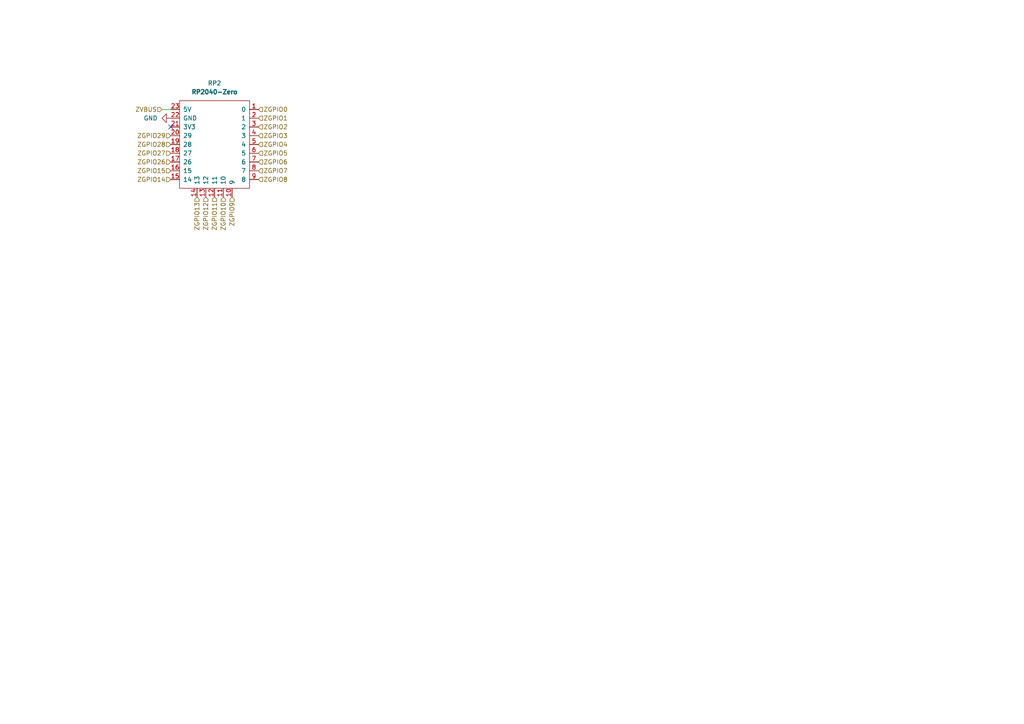
<source format=kicad_sch>
(kicad_sch (version 20250114) (generator "eeschema") (generator_version "9.0")
  (paper "A4")
  (title_block (title "FRANK M2") (date "2025-03-16") (rev "1.03") (company "Mikhail Matveev") (comment 1 "https://github.com/xtremespb/frank"))
  (lib_symbols
    (symbol "FRANK:RP_2040_Zero" (pin_names (offset 1.016))
      (property "Reference" "RP2" (at 0 16.51 0))
      (property "Value" "RP 2040 Zero" (at 0 13.97 0))
      (symbol "RP_2040_Zero_0_1"
        (rectangle (start -10.16 11.43) (end 10.16 -13.97))
      )
      (symbol "RP_2040_Zero_1_1"
        (pin power_out line (at -12.7 8.89 0) (length 2.54) (name "5V") (number "23"))
        (pin power_out line (at -12.7 6.35 0) (length 2.54) (name "GND") (number "22"))
        (pin power_out line (at -12.7 3.81 0) (length 2.54) (name "3V3") (number "21"))
        (pin bidirectional line (at -12.7 1.27 0) (length 2.54) (name "29") (number "20"))
        (pin bidirectional line (at -12.7 -1.27 0) (length 2.54) (name "28") (number "19"))
        (pin bidirectional line (at -12.7 -3.81 0) (length 2.54) (name "27") (number "18"))
        (pin bidirectional line (at -12.7 -6.35 0) (length 2.54) (name "26") (number "17"))
        (pin bidirectional line (at -12.7 -8.89 0) (length 2.54) (name "15") (number "16"))
        (pin bidirectional line (at -12.7 -11.43 0) (length 2.54) (name "14") (number "15"))
        (pin bidirectional line (at -5.08 -16.51 90) (length 2.54) (name "13") (number "14"))
        (pin bidirectional line (at -2.54 -16.51 90) (length 2.54) (name "12") (number "13"))
        (pin bidirectional line (at 0 -16.51 90) (length 2.54) (name "11") (number "12"))
        (pin bidirectional line (at 2.54 -16.51 90) (length 2.54) (name "10") (number "11"))
        (pin bidirectional line (at 5.08 -16.51 90) (length 2.54) (name "9") (number "10"))
        (pin bidirectional line (at 12.7 8.89 180) (length 2.54) (name "0") (number "1"))
        (pin bidirectional line (at 12.7 6.35 180) (length 2.54) (name "1") (number "2"))
        (pin bidirectional line (at 12.7 3.81 180) (length 2.54) (name "2") (number "3"))
        (pin bidirectional line (at 12.7 1.27 180) (length 2.54) (name "3") (number "4"))
        (pin bidirectional line (at 12.7 -1.27 180) (length 2.54) (name "4") (number "5"))
        (pin bidirectional line (at 12.7 -3.81 180) (length 2.54) (name "5") (number "6"))
        (pin bidirectional line (at 12.7 -6.35 180) (length 2.54) (name "6") (number "7"))
        (pin bidirectional line (at 12.7 -8.89 180) (length 2.54) (name "7") (number "8"))
        (pin bidirectional line (at 12.7 -11.43 180) (length 2.54) (name "8") (number "9"))
      )
    )
    (symbol "GND_1" (power) (pin_numbers (hide yes)) (pin_names (offset 0) (hide yes))
      (property "Value" "GND" (at 0 -3.81 0))
      (symbol "GND_1_0_1"
        (polyline (pts (xy 0 0) (xy 0 -1.27) (xy 1.27 -1.27) (xy 0 -2.54) (xy -1.27 -1.27) (xy 0 -1.27)))
      )
      (symbol "GND_1_1_1"
        (pin power_in line (at 0 0 270) (length 0) (name "~") (number "1"))
      )
    )
  )
  (no_connect (at 49.53 36.83))
  (wire (pts (xy 46.99 31.75) (xy 49.53 31.75)))
  (hierarchical_label "ZGPIO26" (shape input) (at 49.53 46.99 180))
  (hierarchical_label "ZGPIO7" (shape input) (at 74.93 49.53 0))
  (hierarchical_label "ZGPIO14" (shape input) (at 49.53 52.07 180))
  (hierarchical_label "ZGPIO2" (shape input) (at 74.93 36.83 0))
  (hierarchical_label "ZGPIO9" (shape input) (at 67.31 57.15 270))
  (hierarchical_label "ZGPIO10" (shape input) (at 64.77 57.15 270))
  (hierarchical_label "ZGPIO11" (shape input) (at 62.23 57.15 270))
  (hierarchical_label "ZGPIO12" (shape input) (at 59.69 57.15 270))
  (hierarchical_label "ZGPIO0" (shape input) (at 74.93 31.75 0))
  (hierarchical_label "ZGPIO13" (shape input) (at 57.15 57.15 270))
  (hierarchical_label "ZVBUS" (shape input) (at 46.99 31.75 180))
  (hierarchical_label "ZGPIO28" (shape input) (at 49.53 41.91 180))
  (hierarchical_label "ZGPIO15" (shape input) (at 49.53 49.53 180))
  (hierarchical_label "ZGPIO1" (shape input) (at 74.93 34.29 0))
  (hierarchical_label "ZGPIO5" (shape input) (at 74.93 44.45 0))
  (hierarchical_label "ZGPIO29" (shape input) (at 49.53 39.37 180))
  (hierarchical_label "ZGPIO8" (shape input) (at 74.93 52.07 0))
  (hierarchical_label "ZGPIO3" (shape input) (at 74.93 39.37 0))
  (hierarchical_label "ZGPIO27" (shape input) (at 49.53 44.45 180))
  (hierarchical_label "ZGPIO6" (shape input) (at 74.93 46.99 0))
  (hierarchical_label "ZGPIO4" (shape input) (at 74.93 41.91 0))
  (symbol (lib_id "FRANK:RP_2040_Zero") (at 62.23 40.64 0) (unit 1)
    (property "Reference" "RP2" (at 62.23 24.13 0))
    (property "Value" "RP2040-Zero" (at 62.23 26.67 0) (effects (font (bold yes))))
    (property "Footprint" "FRANK:Raspberry Pi Zero" (effects (hide yes)))
    (property "Datasheet" "https://files.waveshare.com/upload/f/fd/Rp2040_datasheet.pdf" (effects (hide yes)))
    (property "AliExpress" "https://www.aliexpress.com/item/1005006354505058.html" (effects (hide yes)))
  )
  (symbol (lib_name "GND_1") (lib_id "power:GND") (at 49.53 34.29 270) (unit 1)
    (property "Reference" "#PWR066" (effects (hide yes)))
    (property "Value" "GND" (at 45.72 34.2899 90) (effects (justify right)))
    (property "Description" "Power symbol creates a global label with name \"GND\" , ground" (effects (hide yes)))
  )
)
</source>
